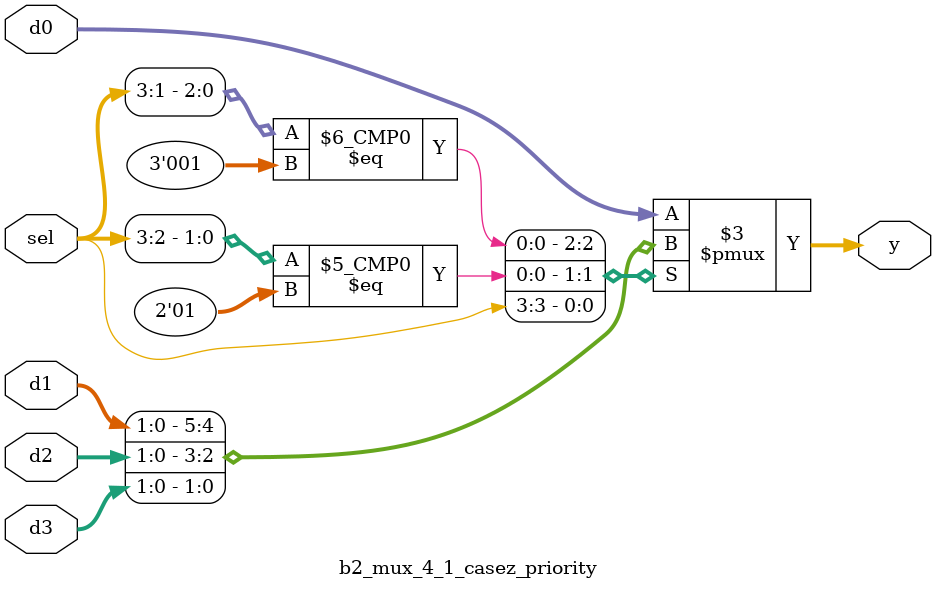
<source format=v>

module b2_mux_4_1_case_one_hot
(
    input      [1:0] d0,
    input      [1:0] d1,
    input      [1:0] d2,
    input      [1:0] d3,
    input      [3:0] sel,
    output reg [1:0] y
);

    always @(*)
        case (sel)
            4'b0001: y = d0;
            4'b0010: y = d1;
            4'b0100: y = d2;
            4'b1000: y = d3;
            default: y = d0;
        endcase
endmodule

module b2_mux_4_1_casez_priority
(
    input      [1:0] d0,
    input      [1:0] d1,
    input      [1:0] d2,
    input      [1:0] d3,
    input      [3:0] sel,
    output reg [1:0] y
);
    always @(*)
        casez (sel)
            4'b0001 : y = d0;
            4'b001? : y = d1;
            4'b01?? : y = d2;
            4'b1??? : y = d3;
            default : y = d0;
        endcase
endmodule

</source>
